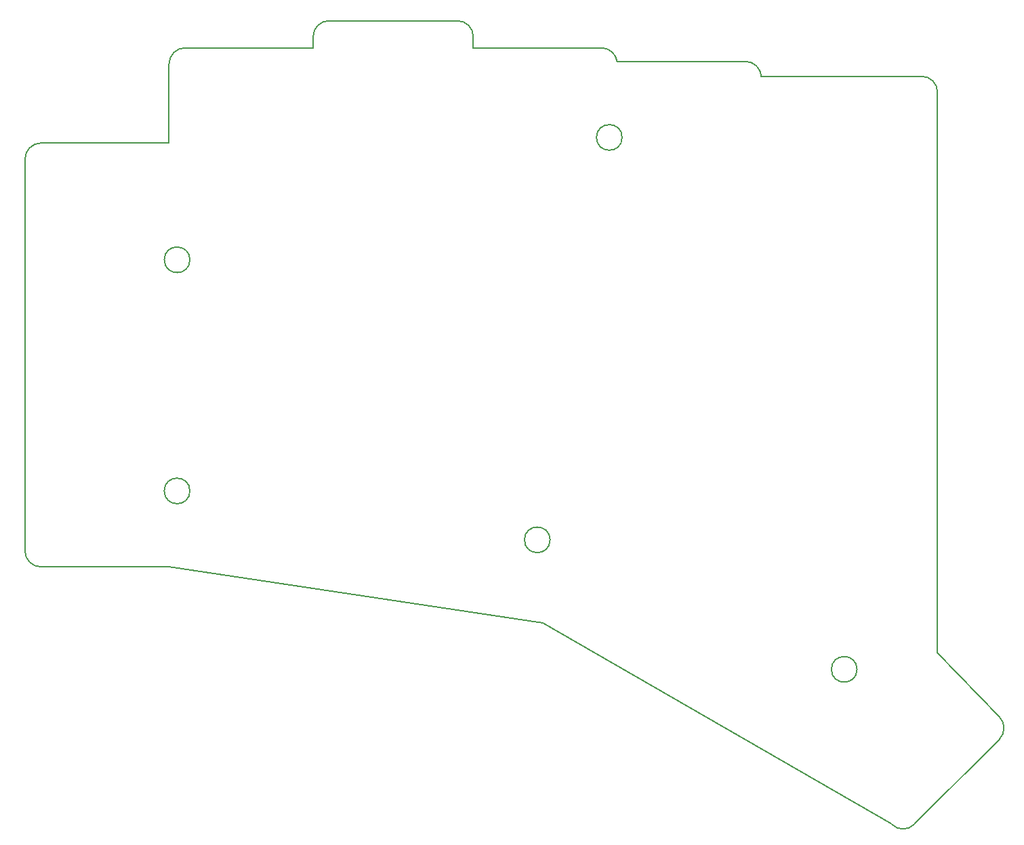
<source format=gbr>
G04 #@! TF.GenerationSoftware,KiCad,Pcbnew,5.1.5+dfsg1-2build2*
G04 #@! TF.CreationDate,2021-09-10T19:33:11+00:00*
G04 #@! TF.ProjectId,main-routed,6d61696e-2d72-46f7-9574-65642e6b6963,VERSION_HERE*
G04 #@! TF.SameCoordinates,Original*
G04 #@! TF.FileFunction,Profile,NP*
%FSLAX46Y46*%
G04 Gerber Fmt 4.6, Leading zero omitted, Abs format (unit mm)*
G04 Created by KiCad (PCBNEW 5.1.5+dfsg1-2build2) date 2021-09-10 19:33:11*
%MOMM*%
%LPD*%
G04 APERTURE LIST*
G04 #@! TA.AperFunction,Profile*
%ADD10C,0.150000*%
G04 #@! TD*
G04 APERTURE END LIST*
D10*
X10000000Y-9500000D02*
X26000000Y-9500000D01*
X8000000Y-7500000D02*
X8000000Y41500000D01*
X10000000Y-9500000D02*
G75*
G02X8000000Y-7500000I0J2000000D01*
G01*
X26000000Y43500000D02*
X10000000Y43500000D01*
X8000000Y41500000D02*
G75*
G02X10000000Y43500000I2000000J0D01*
G01*
X44000000Y55400000D02*
X28000000Y55400000D01*
X26000000Y53400000D02*
G75*
G02X28000000Y55400000I2000000J0D01*
G01*
X26000000Y53400000D02*
X26000000Y43500000D01*
X64000000Y55400000D02*
X64000000Y56800000D01*
X62000000Y58800000D02*
G75*
G02X64000000Y56800000I0J-2000000D01*
G01*
X62000000Y58800000D02*
X46000000Y58800000D01*
X44000000Y56800000D02*
G75*
G02X46000000Y58800000I2000000J0D01*
G01*
X44000000Y56800000D02*
X44000000Y55400000D01*
X80000000Y55400000D02*
G75*
G02X81977391Y53699872I0J-2000000D01*
G01*
X80000000Y55400000D02*
X64000000Y55400000D01*
X98000000Y53700000D02*
G75*
G02X99994367Y51850000I0J-2000000D01*
G01*
X98000000Y53700000D02*
X82000000Y53700000D01*
X81977391Y53699872D02*
G75*
G02X82000000Y53700000I22609J-1999872D01*
G01*
X119117258Y-41686664D02*
G75*
G02X116288831Y-41686665I-1414214J1414213D01*
G01*
X119117258Y-41686665D02*
X129723860Y-31080063D01*
X129723859Y-28251636D02*
G75*
G02X129723860Y-31080063I-1414213J-1414214D01*
G01*
X122000000Y-20208734D02*
X129723860Y-28251636D01*
X116288831Y-41686665D02*
X72707107Y-16524745D01*
X72707107Y-16524745D02*
X26000000Y-9500000D01*
X122000000Y-20208734D02*
X122000000Y49850000D01*
X120000000Y51850000D02*
G75*
G02X122000000Y49850000I0J-2000000D01*
G01*
X120000000Y51850000D02*
X99994367Y51850000D01*
X28600000Y28900000D02*
G75*
G03X28600000Y28900000I-1600000J0D01*
G01*
X28600000Y0D02*
G75*
G03X28600000Y0I-1600000J0D01*
G01*
X82600000Y44200000D02*
G75*
G03X82600000Y44200000I-1600000J0D01*
G01*
X73600000Y-6120000D02*
G75*
G03X73600000Y-6120000I-1600000J0D01*
G01*
X111949134Y-22311939D02*
G75*
G03X111949134Y-22311939I-1600000J0D01*
G01*
M02*

</source>
